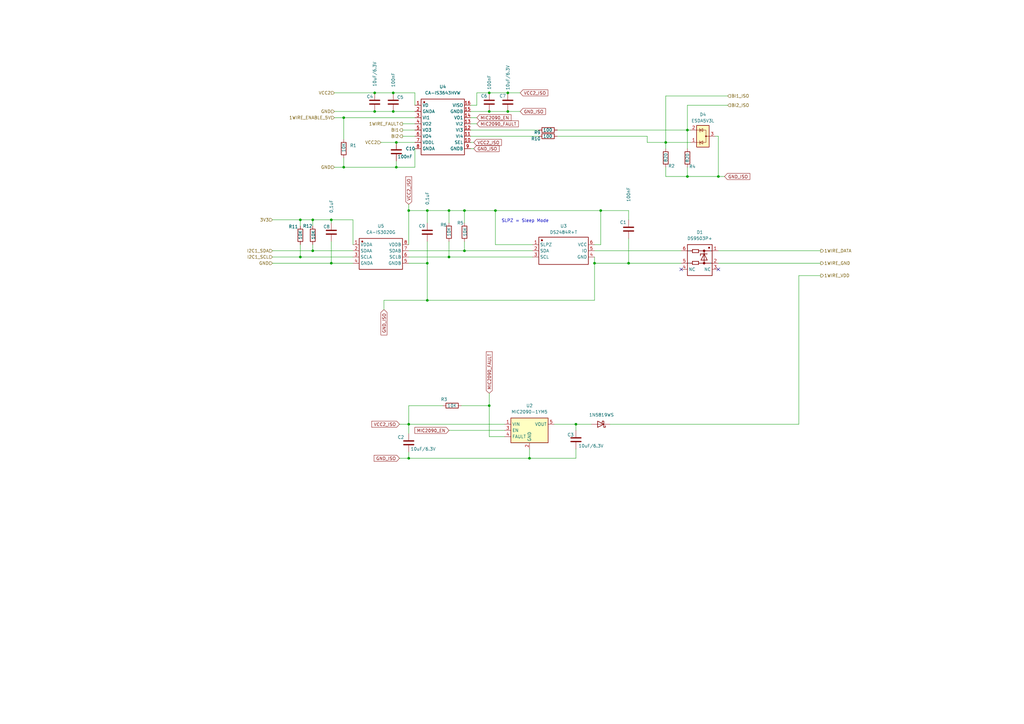
<source format=kicad_sch>
(kicad_sch (version 20250114) (generator "eeschema") (generator_version "9.0")
  (paper "A3")
  (lib_symbols
    (symbol "Device:C" (pin_numbers (hide yes)) (pin_names (offset 0.254))
      (property "Reference" "C" (at 0.635 2.54 0))
      (property "Value" "C" (at 0.635 -2.54 0))
      (symbol "C_0_1"
        (polyline (pts (xy -2.032 0.762) (xy 2.032 0.762)) (stroke (width 0.508)))
        (polyline (pts (xy -2.032 -0.762) (xy 2.032 -0.762)) (stroke (width 0.508)))
      )
      (symbol "C_1_1"
        (pin passive line (at 0 3.81 270) (length 2.794) (name "~") (number "1"))
        (pin passive line (at 0 -3.81 90) (length 2.794) (name "~") (number "2"))
      )
    )
    (symbol "Device:R" (pin_numbers (hide yes)) (pin_names (offset 0))
      (property "Reference" "R" (at 2.032 0 90))
      (property "Value" "R" (at 0 0 90))
      (symbol "R_0_1"
        (rectangle (start -1.016 -2.54) (end 1.016 2.54) (stroke (width 0.254)))
      )
      (symbol "R_1_1"
        (pin passive line (at 0 3.81 270) (length 1.27) (name "~") (number "1"))
        (pin passive line (at 0 -3.81 90) (length 1.27) (name "~") (number "2"))
      )
    )
    (symbol "Diode:1N5819WS" (pin_numbers (hide yes)) (pin_names (offset 1.016) (hide yes))
      (property "Reference" "D" (at 0 2.54 0))
      (property "Value" "1N5819WS" (at 0 -2.54 0))
      (symbol "1N5819WS_0_1"
        (polyline (pts (xy -1.905 0.635) (xy -1.905 1.27) (xy -1.27 1.27) (xy -1.27 -1.27) (xy -0.635 -1.27) (xy -0.635 -0.635)) (stroke (width 0.254)))
        (polyline (pts (xy 1.27 1.27) (xy 1.27 -1.27) (xy -1.27 0) (xy 1.27 1.27)) (stroke (width 0.254)))
        (polyline (pts (xy 1.27 0) (xy -1.27 0)))
      )
      (symbol "1N5819WS_1_1"
        (pin passive line (at -3.81 0 0) (length 2.54) (name "K") (number "1"))
        (pin passive line (at 3.81 0 180) (length 2.54) (name "A") (number "2"))
      )
    )
    (symbol "EasyEdaLibary:CA-IS3020G"
      (property "Reference" "U?" (at 0 0 0))
      (property "Value" "CA-IS3020G" (at 0 0 0))
      (symbol "CA-IS3020G_0_0"
        (rectangle (start -8.89 6.35) (end 8.89 -6.35) (stroke (width 0.254)))
        (circle (center -7.62 5.08) (radius 0.254) (stroke (width 0.254)) (fill (type outline)))
        (pin unspecified line (at -11.43 3.81 0) (length 2.54) (name "VDDA") (number "1"))
        (pin unspecified line (at -11.43 1.27 0) (length 2.54) (name "SDAA") (number "2"))
        (pin unspecified line (at -11.43 -1.27 0) (length 2.54) (name "SCLA") (number "3"))
        (pin unspecified line (at -11.43 -3.81 0) (length 2.54) (name "GNDA") (number "4"))
        (pin unspecified line (at 11.43 3.81 180) (length 2.54) (name "VDDB") (number "8"))
        (pin unspecified line (at 11.43 1.27 180) (length 2.54) (name "SDAB") (number "7"))
        (pin unspecified line (at 11.43 -1.27 180) (length 2.54) (name "SCLB") (number "6"))
        (pin unspecified line (at 11.43 -3.81 180) (length 2.54) (name "GNDB") (number "5"))
      )
    )
    (symbol "EasyEdaLibary:CA-IS3643HVW"
      (property "Reference" "U?" (at 0 0 0))
      (property "Value" "CA-IS3643HVW" (at 0 0 0))
      (symbol "CA-IS3643HVW_0_0"
        (rectangle (start -8.89 11.43) (end 8.89 -11.43) (stroke (width 0.254)))
        (circle (center -7.62 10.16) (radius 0.254) (stroke (width 0.254)) (fill (type outline)))
        (pin unspecified line (at -11.43 8.89 0) (length 2.54) (name "VD") (number "1"))
        (pin unspecified line (at -11.43 6.35 0) (length 2.54) (name "GNDA") (number "2"))
        (pin unspecified line (at -11.43 3.81 0) (length 2.54) (name "VI1") (number "3"))
        (pin unspecified line (at -11.43 1.27 0) (length 2.54) (name "VO2") (number "4"))
        (pin unspecified line (at -11.43 -1.27 0) (length 2.54) (name "VO3") (number "5"))
        (pin unspecified line (at -11.43 -3.81 0) (length 2.54) (name "VO4") (number "6"))
        (pin unspecified line (at -11.43 -6.35 0) (length 2.54) (name "VDDL") (number "7"))
        (pin unspecified line (at -11.43 -8.89 0) (length 2.54) (name "GNDA") (number "8"))
        (pin unspecified line (at 11.43 8.89 180) (length 2.54) (name "VISO") (number "16"))
        (pin unspecified line (at 11.43 6.35 180) (length 2.54) (name "GNDB") (number "15"))
        (pin unspecified line (at 11.43 3.81 180) (length 2.54) (name "VO1") (number "14"))
        (pin unspecified line (at 11.43 1.27 180) (length 2.54) (name "VI2") (number "13"))
        (pin unspecified line (at 11.43 -1.27 180) (length 2.54) (name "VI3") (number "12"))
        (pin unspecified line (at 11.43 -3.81 180) (length 2.54) (name "VI4") (number "11"))
        (pin unspecified line (at 11.43 -6.35 180) (length 2.54) (name "SEL") (number "10"))
        (pin unspecified line (at 11.43 -8.89 180) (length 2.54) (name "GNDB") (number "9"))
      )
    )
    (symbol "EasyEdaLibary:DS2484R+T"
      (property "Reference" "U?" (at 0 0 0))
      (property "Value" "DS2484R+T" (at 0 0 0))
      (symbol "DS2484R+T_0_0"
        (rectangle (start -10.16 5.588) (end 10.16 -5.588) (stroke (width 0.254)))
        (circle (center -8.89 4.318) (radius 0.254) (stroke (width 0.254)) (fill (type outline)))
        (circle (center -8.89 4.318) (radius 0.254) (stroke (width 0.254)) (fill (type outline)))
        (pin unspecified line (at -12.7 2.54 0) (length 2.54) (name "SLPZ") (number "1"))
        (pin unspecified line (at -12.7 0 0) (length 2.54) (name "SDA") (number "2"))
        (pin unspecified line (at -12.7 -2.54 0) (length 2.54) (name "SCL") (number "3"))
        (pin unspecified line (at 12.7 2.54 180) (length 2.54) (name "VCC") (number "6"))
        (pin unspecified line (at 12.7 0 180) (length 2.54) (name "IO") (number "5"))
        (pin unspecified line (at 12.7 -2.54 180) (length 2.54) (name "GND") (number "4"))
      )
    )
    (symbol "EasyEdaLibary:DS9503P+"
      (property "Reference" "D?" (at 0 0 0))
      (property "Value" "DS9503P+" (at 0 0 0))
      (symbol "DS9503P+_0_0"
        (rectangle (start -5.08 6.35) (end 5.08 -6.35) (stroke (width 0.254)))
        (polyline (pts (xy -5.08 3.81) (xy -1.778 3.81)) (stroke (width 0.254)))
        (circle (center -3.81 5.08) (radius 0.254) (stroke (width 0.254)) (fill (type outline)))
        (polyline (pts (xy -3.048 2.54) (xy -1.778 2.54)) (stroke (width 0.254)))
        (polyline (pts (xy -3.048 0) (xy -0.508 0)) (stroke (width 0.254)))
        (circle (center -1.778 3.81) (radius 0.254) (stroke (width 0.508)))
        (polyline (pts (xy -1.778 3.81) (xy -1.778 2.54)) (stroke (width 0.254)))
        (polyline (pts (xy -1.778 3.81) (xy 0.508 3.81)) (stroke (width 0.254)))
        (polyline (pts (xy -1.778 2.54) (xy -3.048 0)) (stroke (width 0.254)))
        (polyline (pts (xy -1.778 2.54) (xy -1.778 -1.27)) (stroke (width 0.254)))
        (polyline (pts (xy -1.778 2.54) (xy -0.254 2.54)) (stroke (width 0.254)))
        (circle (center -1.778 -1.27) (radius 0.254) (stroke (width 0.508)))
        (polyline (pts (xy -1.778 -1.27) (xy -5.08 -1.27)) (stroke (width 0.254)))
        (polyline (pts (xy -1.778 -1.27) (xy 0.508 -1.27)) (stroke (width 0.254)))
        (polyline (pts (xy -0.508 0) (xy -1.778 2.54)) (stroke (width 0.254)))
        (polyline (pts (xy -0.254 2.54) (xy -0.254 1.778)) (stroke (width 0.254)))
        (polyline (pts (xy 0.508 4.318) (xy 3.048 4.318)) (stroke (width 0.254)))
        (polyline (pts (xy 0.508 3.81) (xy 0.508 4.318)) (stroke (width 0.254)))
        (polyline (pts (xy 0.508 3.048) (xy 0.508 3.81)) (stroke (width 0.254)))
        (polyline (pts (xy 0.508 -0.508) (xy 3.048 -0.508)) (stroke (width 0.254)))
        (polyline (pts (xy 0.508 -1.778) (xy 0.508 -0.508)) (stroke (width 0.254)))
        (polyline (pts (xy 3.048 4.318) (xy 3.048 3.81)) (stroke (width 0.254)))
        (polyline (pts (xy 3.048 3.81) (xy 3.048 3.048)) (stroke (width 0.254)))
        (polyline (pts (xy 3.048 3.81) (xy 5.08 3.81)) (stroke (width 0.254)))
        (polyline (pts (xy 3.048 3.048) (xy 0.508 3.048)) (stroke (width 0.254)))
        (polyline (pts (xy 3.048 -0.508) (xy 3.048 -1.27)) (stroke (width 0.254)))
        (polyline (pts (xy 3.048 -1.27) (xy 3.048 -1.778)) (stroke (width 0.254)))
        (polyline (pts (xy 3.048 -1.27) (xy 5.08 -1.27)) (stroke (width 0.254)))
        (polyline (pts (xy 3.048 -1.778) (xy 0.508 -1.778)) (stroke (width 0.254)))
        (pin unspecified line (at -7.62 3.81 0) (length 2.54) (name "P$1") (number "1"))
        (pin unspecified line (at -7.62 -1.27 0) (length 2.54) (name "P$2") (number "2"))
        (pin unspecified line (at -7.62 -3.81 0) (length 2.54) (name "NC") (number "3"))
        (pin unspecified line (at 7.62 3.81 180) (length 2.54) (name "P$4") (number "6"))
        (pin unspecified line (at 7.62 -1.27 180) (length 2.54) (name "P$3") (number "5"))
        (pin unspecified line (at 7.62 -3.81 180) (length 2.54) (name "NC") (number "4"))
      )
    )
    (symbol "Power_Management:MIC2090-1YM5"
      (property "Reference" "U" (at -7.874 6.35 0))
      (property "Value" "MIC2090-1YM5" (at 0.254 -6.35 0))
      (symbol "MIC2090-1YM5_0_1"
        (rectangle (start -7.62 5.08) (end 7.62 -5.08) (stroke (width 0.254)) (fill (type background)))
      )
      (symbol "MIC2090-1YM5_1_1"
        (pin power_in line (at -10.16 2.54 0) (length 2.54) (name "VIN") (number "1"))
        (pin input line (at -10.16 0 0) (length 2.54) (name "EN") (number "3"))
        (pin open_collector line (at -10.16 -2.54 0) (length 2.54) (name "FAULT") (number "4"))
        (pin power_in line (at 0 -7.62 90) (length 2.54) (name "GND") (number "2"))
        (pin power_out line (at 10.16 2.54 180) (length 2.54) (name "VOUT") (number "5"))
      )
    )
    (symbol "Power_Protection:ESDA5V3L" (pin_names (hide yes))
      (property "Reference" "D" (at 5.715 2.54 0))
      (property "Value" "ESDA5V3L" (at 5.715 0.635 0))
      (symbol "ESDA5V3L_0_0"
        (pin passive line (at 0 -5.08 90) (length 2.54) (name "A") (number "3"))
      )
      (symbol "ESDA5V3L_0_1"
        (rectangle (start -4.445 2.54) (end 4.445 -2.54) (stroke (width 0.254)) (fill (type background)))
        (polyline (pts (xy -3.302 1.016) (xy -3.302 1.27) (xy -1.905 1.27) (xy -1.778 1.27)))
        (polyline (pts (xy -2.54 2.54) (xy -2.54 1.27)))
        (polyline (pts (xy -2.54 1.27) (xy -2.54 -1.27) (xy 2.54 -1.27) (xy 2.54 1.27)))
        (polyline (pts (xy -2.54 1.27) (xy -1.905 0) (xy -3.175 0) (xy -2.54 1.27)))
        (polyline (pts (xy 0 -1.27) (xy 0 -2.54)))
        (circle (center 0 -1.27) (radius 0.254) (fill (type outline)))
        (polyline (pts (xy 1.778 1.016) (xy 1.778 1.27) (xy 3.175 1.27) (xy 3.302 1.27)))
        (polyline (pts (xy 2.54 2.54) (xy 2.54 1.27)))
        (polyline (pts (xy 2.54 1.27) (xy 1.905 0) (xy 3.175 0) (xy 2.54 1.27)))
      )
      (symbol "ESDA5V3L_1_1"
        (pin passive line (at -2.54 5.08 270) (length 2.54) (name "K") (number "1"))
        (pin passive line (at 2.54 5.08 270) (length 2.54) (name "K") (number "2"))
      )
    )
  )
  (text "SLPZ = Sleep Mode" (at 215.392 90.678 0) (effects (font (size 1.27 1.27))))
  (junction (at 246.38 86.36))
  (junction (at 175.26 86.36))
  (junction (at 167.64 187.96))
  (junction (at 135.89 90.17))
  (junction (at 161.29 45.72))
  (junction (at 162.56 58.42))
  (junction (at 184.15 105.41))
  (junction (at 243.84 107.95))
  (junction (at 281.94 53.34))
  (junction (at 208.28 38.1))
  (junction (at 128.27 102.87))
  (junction (at 162.56 68.58))
  (junction (at 200.66 38.1))
  (junction (at 140.97 48.26))
  (junction (at 175.26 123.19))
  (junction (at 281.94 72.39))
  (junction (at 167.64 173.99))
  (junction (at 294.64 72.39))
  (junction (at 190.5 86.36))
  (junction (at 208.28 45.72))
  (junction (at 175.26 107.95))
  (junction (at 200.66 45.72))
  (junction (at 140.97 68.58))
  (junction (at 128.27 90.17))
  (junction (at 203.2 86.36))
  (junction (at 167.64 86.36))
  (junction (at 200.66 166.37))
  (junction (at 135.89 107.95))
  (junction (at 217.17 187.96))
  (junction (at 184.15 86.36))
  (junction (at 153.67 45.72))
  (junction (at 236.22 173.99))
  (junction (at 123.19 105.41))
  (junction (at 273.05 58.42))
  (junction (at 257.81 107.95))
  (junction (at 190.5 102.87))
  (junction (at 153.67 38.1))
  (junction (at 161.29 38.1))
  (junction (at 123.19 90.17))
  (no_connect (at 294.64 110.49))
  (no_connect (at 279.4 110.49))
  (wire (pts (xy 128.27 90.17) (xy 128.27 92.71)))
  (wire (pts (xy 294.64 72.39) (xy 294.64 55.88)))
  (wire (pts (xy 161.29 45.72) (xy 170.18 45.72)))
  (wire (pts (xy 167.64 166.37) (xy 167.64 173.99)))
  (wire (pts (xy 243.84 100.33) (xy 246.38 100.33)))
  (wire (pts (xy 281.94 53.34) (xy 281.94 60.96)))
  (wire (pts (xy 200.66 179.07) (xy 207.01 179.07)))
  (wire (pts (xy 243.84 107.95) (xy 257.81 107.95)))
  (wire (pts (xy 123.19 90.17) (xy 128.27 90.17)))
  (wire (pts (xy 257.81 107.95) (xy 279.4 107.95)))
  (wire (pts (xy 167.64 105.41) (xy 184.15 105.41)))
  (wire (pts (xy 195.58 43.18) (xy 193.04 43.18)))
  (wire (pts (xy 236.22 184.15) (xy 236.22 187.96)))
  (wire (pts (xy 327.66 113.03) (xy 336.55 113.03)))
  (wire (pts (xy 294.64 72.39) (xy 297.18 72.39)))
  (wire (pts (xy 163.83 187.96) (xy 167.64 187.96)))
  (wire (pts (xy 184.15 176.53) (xy 207.01 176.53)))
  (wire (pts (xy 135.89 90.17) (xy 144.78 90.17)))
  (wire (pts (xy 193.04 60.96) (xy 194.31 60.96)))
  (wire (pts (xy 227.33 173.99) (xy 236.22 173.99)))
  (wire (pts (xy 190.5 86.36) (xy 203.2 86.36)))
  (wire (pts (xy 193.04 45.72) (xy 200.66 45.72)))
  (wire (pts (xy 294.64 107.95) (xy 336.55 107.95)))
  (wire (pts (xy 273.05 58.42) (xy 273.05 39.37)))
  (wire (pts (xy 203.2 86.36) (xy 246.38 86.36)))
  (wire (pts (xy 175.26 86.36) (xy 175.26 91.44)))
  (wire (pts (xy 135.89 107.95) (xy 144.78 107.95)))
  (wire (pts (xy 281.94 43.18) (xy 281.94 53.34)))
  (wire (pts (xy 123.19 105.41) (xy 144.78 105.41)))
  (wire (pts (xy 236.22 176.53) (xy 236.22 173.99)))
  (wire (pts (xy 184.15 105.41) (xy 218.44 105.41)))
  (wire (pts (xy 220.98 55.88) (xy 193.04 55.88)))
  (wire (pts (xy 236.22 173.99) (xy 242.57 173.99)))
  (wire (pts (xy 189.23 166.37) (xy 200.66 166.37)))
  (wire (pts (xy 167.64 86.36) (xy 175.26 86.36)))
  (wire (pts (xy 190.5 99.06) (xy 190.5 102.87)))
  (wire (pts (xy 140.97 68.58) (xy 162.56 68.58)))
  (wire (pts (xy 190.5 86.36) (xy 190.5 91.44)))
  (wire (pts (xy 228.6 55.88) (xy 265.43 55.88)))
  (wire (pts (xy 246.38 86.36) (xy 246.38 100.33)))
  (wire (pts (xy 167.64 166.37) (xy 181.61 166.37)))
  (wire (pts (xy 208.28 38.1) (xy 213.36 38.1)))
  (wire (pts (xy 167.64 173.99) (xy 207.01 173.99)))
  (wire (pts (xy 128.27 102.87) (xy 144.78 102.87)))
  (wire (pts (xy 137.16 38.1) (xy 153.67 38.1)))
  (wire (pts (xy 161.29 38.1) (xy 170.18 38.1)))
  (wire (pts (xy 111.76 102.87) (xy 128.27 102.87)))
  (wire (pts (xy 137.16 68.58) (xy 140.97 68.58)))
  (wire (pts (xy 246.38 86.36) (xy 257.81 86.36)))
  (wire (pts (xy 140.97 48.26) (xy 170.18 48.26)))
  (wire (pts (xy 273.05 39.37) (xy 298.45 39.37)))
  (wire (pts (xy 203.2 100.33) (xy 218.44 100.33)))
  (wire (pts (xy 167.64 173.99) (xy 167.64 177.8)))
  (wire (pts (xy 294.64 102.87) (xy 336.55 102.87)))
  (wire (pts (xy 123.19 90.17) (xy 123.19 92.71)))
  (wire (pts (xy 162.56 58.42) (xy 170.18 58.42)))
  (wire (pts (xy 111.76 90.17) (xy 123.19 90.17)))
  (wire (pts (xy 193.04 53.34) (xy 220.98 53.34)))
  (wire (pts (xy 162.56 68.58) (xy 162.56 66.04)))
  (wire (pts (xy 257.81 97.79) (xy 257.81 107.95)))
  (wire (pts (xy 228.6 53.34) (xy 281.94 53.34)))
  (wire (pts (xy 200.66 38.1) (xy 208.28 38.1)))
  (wire (pts (xy 165.1 55.88) (xy 170.18 55.88)))
  (wire (pts (xy 184.15 86.36) (xy 184.15 91.44)))
  (wire (pts (xy 170.18 68.58) (xy 170.18 60.96)))
  (wire (pts (xy 200.66 166.37) (xy 200.66 179.07)))
  (wire (pts (xy 111.76 107.95) (xy 135.89 107.95)))
  (wire (pts (xy 135.89 90.17) (xy 135.89 91.44)))
  (wire (pts (xy 135.89 99.06) (xy 135.89 107.95)))
  (wire (pts (xy 193.04 58.42) (xy 194.31 58.42)))
  (wire (pts (xy 137.16 48.26) (xy 140.97 48.26)))
  (wire (pts (xy 273.05 58.42) (xy 283.21 58.42)))
  (wire (pts (xy 265.43 58.42) (xy 273.05 58.42)))
  (wire (pts (xy 163.83 173.99) (xy 167.64 173.99)))
  (wire (pts (xy 236.22 187.96) (xy 217.17 187.96)))
  (wire (pts (xy 128.27 100.33) (xy 128.27 102.87)))
  (wire (pts (xy 243.84 107.95) (xy 243.84 105.41)))
  (wire (pts (xy 203.2 86.36) (xy 203.2 100.33)))
  (wire (pts (xy 157.48 127) (xy 157.48 123.19)))
  (wire (pts (xy 281.94 68.58) (xy 281.94 72.39)))
  (wire (pts (xy 137.16 45.72) (xy 153.67 45.72)))
  (wire (pts (xy 153.67 38.1) (xy 161.29 38.1)))
  (wire (pts (xy 111.76 105.41) (xy 123.19 105.41)))
  (wire (pts (xy 128.27 90.17) (xy 135.89 90.17)))
  (wire (pts (xy 144.78 90.17) (xy 144.78 100.33)))
  (wire (pts (xy 165.1 50.8) (xy 170.18 50.8)))
  (wire (pts (xy 167.64 102.87) (xy 190.5 102.87)))
  (wire (pts (xy 327.66 173.99) (xy 327.66 113.03)))
  (wire (pts (xy 217.17 184.15) (xy 217.17 187.96)))
  (wire (pts (xy 157.48 123.19) (xy 175.26 123.19)))
  (wire (pts (xy 175.26 123.19) (xy 243.84 123.19)))
  (wire (pts (xy 273.05 58.42) (xy 273.05 60.96)))
  (wire (pts (xy 250.19 173.99) (xy 327.66 173.99)))
  (wire (pts (xy 123.19 100.33) (xy 123.19 105.41)))
  (wire (pts (xy 200.66 45.72) (xy 208.28 45.72)))
  (wire (pts (xy 193.04 48.26) (xy 195.58 48.26)))
  (wire (pts (xy 175.26 99.06) (xy 175.26 107.95)))
  (wire (pts (xy 195.58 38.1) (xy 200.66 38.1)))
  (wire (pts (xy 200.66 161.29) (xy 200.66 166.37)))
  (wire (pts (xy 156.21 58.42) (xy 162.56 58.42)))
  (wire (pts (xy 175.26 107.95) (xy 175.26 123.19)))
  (wire (pts (xy 140.97 68.58) (xy 140.97 64.77)))
  (wire (pts (xy 273.05 68.58) (xy 273.05 72.39)))
  (wire (pts (xy 175.26 86.36) (xy 184.15 86.36)))
  (wire (pts (xy 153.67 45.72) (xy 161.29 45.72)))
  (wire (pts (xy 293.37 55.88) (xy 294.64 55.88)))
  (wire (pts (xy 167.64 83.82) (xy 167.64 86.36)))
  (wire (pts (xy 265.43 55.88) (xy 265.43 58.42)))
  (wire (pts (xy 195.58 38.1) (xy 195.58 43.18)))
  (wire (pts (xy 167.64 107.95) (xy 175.26 107.95)))
  (wire (pts (xy 298.45 43.18) (xy 281.94 43.18)))
  (wire (pts (xy 165.1 53.34) (xy 170.18 53.34)))
  (wire (pts (xy 170.18 38.1) (xy 170.18 43.18)))
  (wire (pts (xy 167.64 86.36) (xy 167.64 100.33)))
  (wire (pts (xy 190.5 102.87) (xy 218.44 102.87)))
  (wire (pts (xy 193.04 50.8) (xy 195.58 50.8)))
  (wire (pts (xy 281.94 72.39) (xy 294.64 72.39)))
  (wire (pts (xy 243.84 102.87) (xy 279.4 102.87)))
  (wire (pts (xy 162.56 68.58) (xy 170.18 68.58)))
  (wire (pts (xy 273.05 72.39) (xy 281.94 72.39)))
  (wire (pts (xy 167.64 187.96) (xy 217.17 187.96)))
  (wire (pts (xy 184.15 99.06) (xy 184.15 105.41)))
  (wire (pts (xy 184.15 86.36) (xy 190.5 86.36)))
  (wire (pts (xy 208.28 45.72) (xy 213.36 45.72)))
  (wire (pts (xy 243.84 107.95) (xy 243.84 123.19)))
  (wire (pts (xy 257.81 86.36) (xy 257.81 90.17)))
  (wire (pts (xy 140.97 48.26) (xy 140.97 57.15)))
  (wire (pts (xy 281.94 53.34) (xy 283.21 53.34)))
  (wire (pts (xy 167.64 185.42) (xy 167.64 187.96)))
  (global_label "MIC2090_FAULT" (shape input) (at 195.58 50.8 0) (property "Intersheetrefs" "${INTERSHEET_REFS}" (effects (hide yes))))
  (global_label "MIC2090_FAULT" (shape input) (at 200.66 161.29 90) (property "Intersheetrefs" "${INTERSHEET_REFS}" (effects (hide yes))))
  (global_label "GND_ISO" (shape input) (at 163.83 187.96 180) (property "Intersheetrefs" "${INTERSHEET_REFS}" (effects (hide yes))))
  (global_label "VCC2_ISO" (shape input) (at 194.31 58.42 0) (property "Intersheetrefs" "${INTERSHEET_REFS}" (effects (hide yes))))
  (global_label "VCC2_ISO" (shape input) (at 167.64 83.82 90) (property "Intersheetrefs" "${INTERSHEET_REFS}" (effects (hide yes))))
  (global_label "GND_ISO" (shape input) (at 194.31 60.96 0) (property "Intersheetrefs" "${INTERSHEET_REFS}" (effects (hide yes))))
  (global_label "MIC2090_EN" (shape input) (at 195.58 48.26 0) (property "Intersheetrefs" "${INTERSHEET_REFS}" (effects (hide yes))))
  (global_label "GND_ISO" (shape input) (at 297.18 72.39 0) (property "Intersheetrefs" "${INTERSHEET_REFS}" (effects (hide yes))))
  (global_label "VCC2_ISO" (shape input) (at 213.36 38.1 0) (property "Intersheetrefs" "${INTERSHEET_REFS}" (effects (hide yes))))
  (global_label "VCC2_ISO" (shape input) (at 163.83 173.99 180) (property "Intersheetrefs" "${INTERSHEET_REFS}" (effects (hide yes))))
  (global_label "GND_ISO" (shape input) (at 157.48 127 270) (property "Intersheetrefs" "${INTERSHEET_REFS}" (effects (hide yes))))
  (global_label "MIC2090_EN" (shape input) (at 184.15 176.53 180) (property "Intersheetrefs" "${INTERSHEET_REFS}" (effects (hide yes))))
  (global_label "GND_ISO" (shape input) (at 213.36 45.72 0) (property "Intersheetrefs" "${INTERSHEET_REFS}" (effects (hide yes))))
  (hierarchical_label "1WIRE_ENABLE_5V" (shape input) (at 137.16 48.26 180))
  (hierarchical_label "3V3" (shape input) (at 111.76 90.17 180))
  (hierarchical_label "GND" (shape input) (at 137.16 45.72 180))
  (hierarchical_label "I2C1_SCL" (shape input) (at 111.76 105.41 180))
  (hierarchical_label "BI1_ISO" (shape input) (at 298.45 39.37 0))
  (hierarchical_label "1WIRE_FAULT" (shape output) (at 165.1 50.8 180))
  (hierarchical_label "1WIRE_DATA" (shape output) (at 336.55 102.87 0))
  (hierarchical_label "GND" (shape input) (at 137.16 68.58 180))
  (hierarchical_label "I2C1_SDA" (shape input) (at 111.76 102.87 180))
  (hierarchical_label "BI1" (shape output) (at 165.1 53.34 180))
  (hierarchical_label "VCC2" (shape input) (at 156.21 58.42 180))
  (hierarchical_label "BI2_ISO" (shape input) (at 298.45 43.18 0))
  (hierarchical_label "1WIRE_GND" (shape output) (at 336.55 107.95 0))
  (hierarchical_label "BI2" (shape output) (at 165.1 55.88 180))
  (hierarchical_label "1WIRE_VDD" (shape output) (at 336.55 113.03 0))
  (hierarchical_label "VCC2" (shape input) (at 137.16 38.1 180))
  (hierarchical_label "GND" (shape input) (at 111.76 107.95 180))
  (symbol (lib_id "Device:C") (at 236.22 180.34 0) (unit 1)
    (property "Reference" "C3" (at 232.664 178.308 0) (effects (justify left)))
    (property "Value" "10uF/6.3V" (at 237.236 182.88 0) (effects (justify left)))
    (property "Footprint" "Capacitor_SMD:C_0402_1005Metric" (effects (hide yes)))
    (property "Description" "Unpolarized capacitor" (effects (hide yes)))
    (property "MPN" "C15525" (effects (hide yes)))
  )
  (symbol (lib_id "Device:R") (at 140.97 60.96 0) (unit 1)
    (property "Reference" "R1" (at 143.51 59.6899 0) (effects (justify left)))
    (property "Value" "10K" (at 140.97 62.484 90) (effects (justify left)))
    (property "Footprint" "Resistor_SMD:R_0603_1608Metric" (effects (hide yes)))
    (property "Description" "Resistor" (effects (hide yes)))
    (property "MPN" "C25804" (effects (hide yes)))
  )
  (symbol (lib_id "Device:C") (at 257.81 93.98 180) (unit 1)
    (property "Reference" "C1" (at 254.254 91.186 0) (effects (justify right)))
    (property "Value" "100nF" (at 257.81 82.804 90) (effects (justify right)))
    (property "Footprint" "Capacitor_SMD:C_0402_1005Metric" (effects (hide yes)))
    (property "Description" "Unpolarized capacitor" (effects (hide yes)))
  )
  (symbol (lib_id "Device:R") (at 273.05 64.77 180) (unit 1)
    (property "Reference" "R2" (at 274.066 68.072 0) (effects (justify right)))
    (property "Value" "820" (at 273.05 66.548 90) (effects (justify right)))
    (property "Footprint" "Resistor_SMD:R_0603_1608Metric" (effects (hide yes)))
    (property "Description" "Resistor" (effects (hide yes)))
    (property "MPN" "C23253" (effects (hide yes)))
  )
  (symbol (lib_id "Device:R") (at 224.79 53.34 270) (unit 1)
    (property "Reference" "R9" (at 221.742 54.356 90) (effects (justify right)))
    (property "Value" "100" (at 226.568 53.34 90) (effects (justify right)))
    (property "Footprint" "Resistor_SMD:R_0603_1608Metric" (effects (hide yes)))
    (property "Description" "Resistor" (effects (hide yes)))
    (property "MPN" "C22775" (effects (hide yes)))
  )
  (symbol (lib_id "EasyEdaLibary:DS2484R+T") (at 231.14 102.87 0) (unit 1)
    (property "Reference" "U3" (at 231.14 92.71 0))
    (property "Value" "DS2484R+T" (at 231.14 95.25 0))
    (property "Footprint" "EasyEdaLibary:DS2484R+T" (effects (hide yes)))
    (property "Manufacturer Part" "DS2484R+T" (effects (hide yes)))
    (property "Manufacturer" "ADI(亚德诺)/MAXIM(美信)" (effects (hide yes)))
    (property "Supplier Part" "C124886" (effects (hide yes)))
    (property "Supplier" "LCSC" (effects (hide yes)))
  )
  (symbol (lib_id "Device:C") (at 208.28 41.91 180) (unit 1)
    (property "Reference" "C7" (at 207.518 39.37 0) (effects (justify left)))
    (property "Value" "10uF/6.3V" (at 208.28 26.67 90) (effects (justify left)))
    (property "Footprint" "Capacitor_SMD:C_0402_1005Metric" (effects (hide yes)))
    (property "Description" "Unpolarized capacitor" (effects (hide yes)))
    (property "MPN" "C15525" (effects (hide yes)))
  )
  (symbol (lib_id "EasyEdaLibary:DS9503P+") (at 287.02 106.68 0) (mirror y) (unit 1)
    (property "Reference" "D1" (at 287.02 95.25 0))
    (property "Value" "DS9503P+" (at 287.02 97.79 0))
    (property "Footprint" "EasyEdaLibary:DS9503P+" (effects (hide yes)))
    (property "Manufacturer Part" "DS9503P+" (effects (hide yes)))
    (property "Manufacturer" "ADI(亚德诺)/MAXIM(美信)" (effects (hide yes)))
    (property "Supplier Part" "C124131" (effects (hide yes)))
    (property "Supplier" "LCSC" (effects (hide yes)))
    (property "MPN" "C879660" (effects (hide yes)))
  )
  (symbol (lib_id "Device:R") (at 281.94 64.77 180) (unit 1)
    (property "Reference" "R4" (at 283.972 68.326 0))
    (property "Value" "820" (at 281.94 64.77 90))
    (property "Footprint" "Resistor_SMD:R_0603_1608Metric" (effects (hide yes)))
    (property "Description" "Resistor" (effects (hide yes)))
    (property "MPN" "C23253" (effects (hide yes)))
  )
  (symbol (lib_id "Device:R") (at 123.19 96.52 0) (unit 1)
    (property "Reference" "R11" (at 118.364 92.964 0) (effects (justify left)))
    (property "Value" "10K" (at 123.19 98.298 90) (effects (justify left)))
    (property "Footprint" "Resistor_SMD:R_0603_1608Metric" (effects (hide yes)))
    (property "Description" "Resistor" (effects (hide yes)))
    (property "MPN" "C25804" (effects (hide yes)))
  )
  (symbol (lib_id "Device:C") (at 162.56 62.23 0) (unit 1)
    (property "Reference" "C10" (at 166.37 60.9599 0) (effects (justify left)))
    (property "Value" "100nF" (at 163.068 64.262 0) (effects (justify left)))
    (property "Footprint" "Capacitor_SMD:C_0402_1005Metric" (effects (hide yes)))
    (property "Description" "Unpolarized capacitor" (effects (hide yes)))
  )
  (symbol (lib_id "EasyEdaLibary:CA-IS3020G") (at 156.21 104.14 0) (unit 1)
    (property "Reference" "U5" (at 156.21 92.71 0))
    (property "Value" "CA-IS3020G" (at 156.21 95.25 0))
    (property "Footprint" "EasyEdaLibary:CA-IS3020G (C5156914)" (effects (hide yes)))
    (property "Manufacturer Part" "CA-IS3020G" (effects (hide yes)))
    (property "Manufacturer" "Chipanalog(川土微)" (effects (hide yes)))
    (property "Supplier Part" "C5156914" (effects (hide yes)))
    (property "Supplier" "LCSC" (effects (hide yes)))
  )
  (symbol (lib_id "EasyEdaLibary:CA-IS3643HVW") (at 181.61 52.07 0) (unit 1)
    (property "Reference" "U4" (at 181.61 35.56 0))
    (property "Value" "CA-IS3643HVW" (at 181.61 38.1 0))
    (property "Footprint" "EasyEdaLibary:CA-IS3643HVW (C7422549)" (effects (hide yes)))
    (property "Manufacturer Part" "CA-IS3643HVW" (effects (hide yes)))
    (property "Manufacturer" "Chipanalog(川土微)" (effects (hide yes)))
    (property "Supplier Part" "C7422549" (effects (hide yes)))
    (property "Supplier" "LCSC" (effects (hide yes)))
  )
  (symbol (lib_id "Device:R") (at 128.27 96.52 0) (unit 1)
    (property "Reference" "R12" (at 124.206 92.71 0) (effects (justify left)))
    (property "Value" "10K" (at 128.524 98.298 90) (effects (justify left)))
    (property "Footprint" "Resistor_SMD:R_0603_1608Metric" (effects (hide yes)))
    (property "Description" "Resistor" (effects (hide yes)))
    (property "MPN" "C25804" (effects (hide yes)))
  )
  (symbol (lib_id "Device:R") (at 190.5 95.25 0) (unit 1)
    (property "Reference" "R5" (at 187.452 91.44 0) (effects (justify left)))
    (property "Value" "10K" (at 190.754 97.028 90) (effects (justify left)))
    (property "Footprint" "Resistor_SMD:R_0603_1608Metric" (effects (hide yes)))
    (property "Description" "Resistor" (effects (hide yes)))
    (property "MPN" "C25804" (effects (hide yes)))
  )
  (symbol (lib_id "Power_Management:MIC2090-1YM5") (at 217.17 176.53 0) (unit 1)
    (property "Reference" "U2" (at 217.17 166.37 0))
    (property "Value" "MIC2090-1YM5" (at 217.17 168.91 0))
    (property "Footprint" "Package_TO_SOT_SMD:SOT-23-5" (effects (hide yes)))
    (property "Datasheet" "https://ww1.microchip.com/downloads/aemDocuments/documents/APID/ProductDocuments/DataSheets/MIC2090-1-Current-Limiting-Power-Distribution-Switches-DS20006611A.pdf" (effects (hide yes)))
    (property "Description" "Single-channel, high side, power distribution switch, 790mOhm Ron, auto-retry, 1.8V-5.5V, 50 mA, SOT-23-5" (effects (hide yes)))
  )
  (symbol (lib_id "Device:C") (at 167.64 181.61 0) (unit 1)
    (property "Reference" "C2" (at 163.068 179.324 0) (effects (justify left)))
    (property "Value" "10uF/6.3V" (at 168.402 184.15 0) (effects (justify left)))
    (property "Footprint" "Capacitor_SMD:C_0402_1005Metric" (effects (hide yes)))
    (property "Description" "Unpolarized capacitor" (effects (hide yes)))
    (property "MPN" "C15525" (effects (hide yes)))
  )
  (symbol (lib_id "Device:R") (at 224.79 55.88 270) (unit 1)
    (property "Reference" "R10" (at 221.742 56.896 90) (effects (justify right)))
    (property "Value" "100" (at 226.568 55.88 90) (effects (justify right)))
    (property "Footprint" "Resistor_SMD:R_0603_1608Metric" (effects (hide yes)))
    (property "Description" "Resistor" (effects (hide yes)))
    (property "MPN" "C22775" (effects (hide yes)))
  )
  (symbol (lib_id "Device:C") (at 161.29 41.91 0) (unit 1)
    (property "Reference" "C5" (at 162.814 39.878 0) (effects (justify left)))
    (property "Value" "100nF" (at 161.29 35.814 90) (effects (justify left)))
    (property "Footprint" "Capacitor_SMD:C_0402_1005Metric" (effects (hide yes)))
    (property "Description" "Unpolarized capacitor" (effects (hide yes)))
  )
  (symbol (lib_id "Device:C") (at 135.89 95.25 0) (unit 1)
    (property "Reference" "C8" (at 132.588 92.964 0) (effects (justify left)))
    (property "Value" "0,1uF" (at 135.89 87.376 90) (effects (justify left)))
    (property "Footprint" "Capacitor_SMD:C_0402_1005Metric" (effects (hide yes)))
    (property "Description" "Unpolarized capacitor" (effects (hide yes)))
  )
  (symbol (lib_id "Device:R") (at 185.42 166.37 270) (unit 1)
    (property "Reference" "R3" (at 182.118 163.83 90))
    (property "Value" "10K" (at 185.42 166.37 90))
    (property "Footprint" "Resistor_SMD:R_0603_1608Metric" (effects (hide yes)))
    (property "Description" "Resistor" (effects (hide yes)))
    (property "MPN" "C25804" (effects (hide yes)))
  )
  (symbol (lib_id "Diode:1N5819WS") (at 246.38 173.99 180) (unit 1)
    (property "Reference" "D2" (effects (hide yes)))
    (property "Value" "1N5819WS" (at 246.6975 170.18 0))
    (property "Footprint" "Diode_SMD:D_SOD-323" (effects (hide yes)))
    (property "Datasheet" "https://datasheet.lcsc.com/lcsc/2204281430_Guangdong-Hottech-1N5819WS_C191023.pdf" (effects (hide yes)))
    (property "Description" "40V 600mV@1A 1A SOD-323 Schottky Barrier Diodes, SOD-323" (effects (hide yes)))
    (property "MPN" "C191023" (effects (hide yes)))
  )
  (symbol (lib_id "Device:R") (at 184.15 95.25 0) (unit 1)
    (property "Reference" "R6" (at 180.594 92.202 0) (effects (justify left)))
    (property "Value" "10K" (at 184.15 97.028 90) (effects (justify left)))
    (property "Footprint" "Resistor_SMD:R_0603_1608Metric" (effects (hide yes)))
    (property "Description" "Resistor" (effects (hide yes)))
    (property "MPN" "C25804" (effects (hide yes)))
  )
  (symbol (lib_id "Device:C") (at 153.67 41.91 0) (unit 1)
    (property "Reference" "C4" (at 150.368 39.624 0) (effects (justify left)))
    (property "Value" "10uF/6.3V" (at 153.67 35.56 90) (effects (justify left)))
    (property "Footprint" "Capacitor_SMD:C_0402_1005Metric" (effects (hide yes)))
    (property "Description" "Unpolarized capacitor" (effects (hide yes)))
    (property "MPN" "C15525" (effects (hide yes)))
  )
  (symbol (lib_id "Device:C") (at 175.26 95.25 0) (unit 1)
    (property "Reference" "C9" (at 171.704 92.71 0) (effects (justify left)))
    (property "Value" "0,1uF" (at 175.26 84.074 90) (effects (justify left)))
    (property "Footprint" "Capacitor_SMD:C_0402_1005Metric" (effects (hide yes)))
    (property "Description" "Unpolarized capacitor" (effects (hide yes)))
  )
  (symbol (lib_id "Power_Protection:ESDA5V3L") (at 288.29 55.88 90) (unit 1)
    (property "Reference" "D4" (at 288.29 46.99 90))
    (property "Value" "ESDA5V3L" (at 288.29 49.53 90))
    (property "Footprint" "Package_TO_SOT_SMD:SOT-23-3" (effects (hide yes)))
    (property "Datasheet" "https://www.st.com/resource/en/datasheet/esdal.pdf" (effects (hide yes)))
    (property "Description" "TVS Diode Array, 5.5V Standoff, 2 Channels, SOT23" (effects (hide yes)))
    (property "_MPN" "C32677" (effects (hide yes)))
    (property "MPN" "C502554" (effects (hide yes)))
  )
  (symbol (lib_id "Device:C") (at 200.66 41.91 180) (unit 1)
    (property "Reference" "C6" (at 199.898 39.37 0) (effects (justify left)))
    (property "Value" "100nF" (at 200.66 30.734 90) (effects (justify left)))
    (property "Footprint" "Capacitor_SMD:C_0402_1005Metric" (effects (hide yes)))
    (property "Description" "Unpolarized capacitor" (effects (hide yes)))
  )
)
</source>
